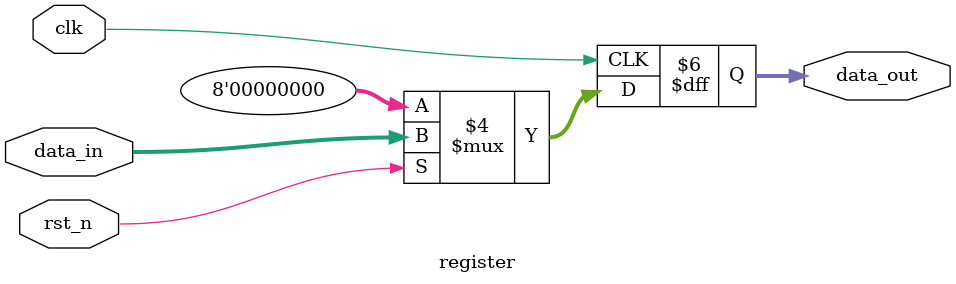
<source format=v>

module register
#(  parameter WIDTH = 8 )
(
    input clk,
    input rst_n,
    input [WIDTH-1:0] data_in,
    output reg [WIDTH-1:0] data_out
);

    always @(posedge clk)
        begin
            if(!rst_n)
                data_out <= 0;
            else
                data_out <= data_in;
        end


endmodule

</source>
